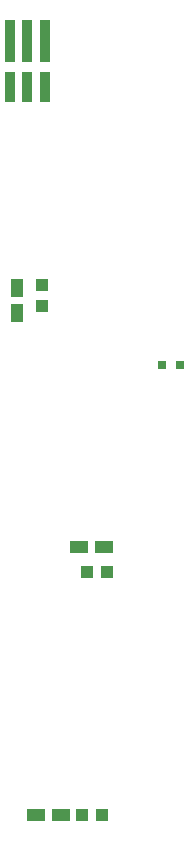
<source format=gbr>
G04 EAGLE Gerber RS-274X export*
G75*
%MOMM*%
%FSLAX34Y34*%
%LPD*%
%INSolderpaste Top*%
%IPPOS*%
%AMOC8*
5,1,8,0,0,1.08239X$1,22.5*%
G01*
%ADD10R,0.800000X0.800000*%
%ADD11R,0.850000X3.550000*%
%ADD12R,0.850000X2.650000*%
%ADD13R,1.000000X1.100000*%
%ADD14R,1.100000X1.000000*%
%ADD15R,1.000000X1.500000*%
%ADD16R,1.500000X1.000000*%


D10*
X160140Y579120D03*
X175140Y579120D03*
D11*
X60720Y853410D03*
X45720Y853410D03*
X30720Y853410D03*
D12*
X60720Y814410D03*
X45720Y814410D03*
X30720Y814410D03*
D13*
X113021Y403970D03*
X96021Y403970D03*
D14*
X58030Y646556D03*
X58030Y629556D03*
D13*
X108884Y197807D03*
X91884Y197807D03*
D15*
X36830Y623205D03*
X36830Y644255D03*
D16*
X89805Y425450D03*
X110855Y425450D03*
X52975Y198120D03*
X74025Y198120D03*
M02*

</source>
